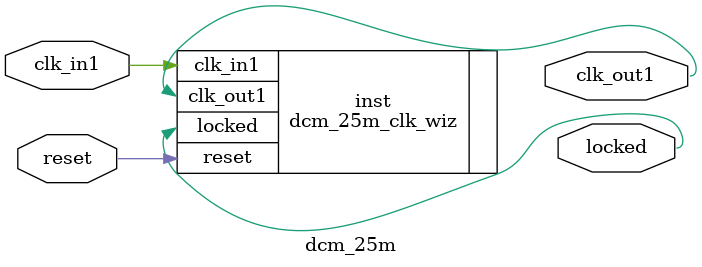
<source format=v>


`timescale 1ps/1ps

(* CORE_GENERATION_INFO = "dcm_25m,clk_wiz_v5_3_3_0,{component_name=dcm_25m,use_phase_alignment=true,use_min_o_jitter=false,use_max_i_jitter=false,use_dyn_phase_shift=false,use_inclk_switchover=false,use_dyn_reconfig=false,enable_axi=0,feedback_source=FDBK_AUTO,PRIMITIVE=MMCM,num_out_clk=1,clkin1_period=10.0,clkin2_period=10.0,use_power_down=false,use_reset=true,use_locked=true,use_inclk_stopped=false,feedback_type=SINGLE,CLOCK_MGR_TYPE=NA,manual_override=false}" *)

module dcm_25m 
 (
  // Clock out ports
  output        clk_out1,
  // Status and control signals
  input         reset,
  output        locked,
 // Clock in ports
  input         clk_in1
 );

  dcm_25m_clk_wiz inst
  (
  // Clock out ports  
  .clk_out1(clk_out1),
  // Status and control signals               
  .reset(reset), 
  .locked(locked),
 // Clock in ports
  .clk_in1(clk_in1)
  );

endmodule

</source>
